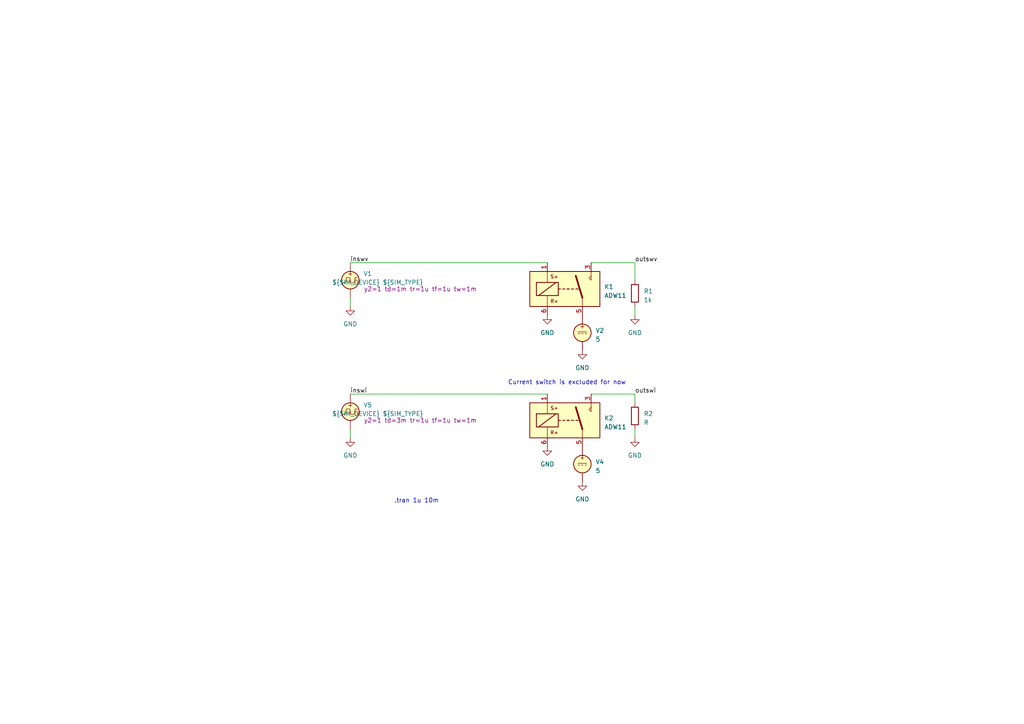
<source format=kicad_sch>
(kicad_sch (version 20221004) (generator eeschema)
  (paper "A4")
  (lib_symbols
    (symbol "Device:R" (pin_numbers hide) (pin_names (offset 0))
      (property "Reference" "R" (at 2.032 0 90))
      (property "Value" "R" (at 0 0 90))
      (symbol "R_0_1"
        (rectangle (start -1.016 -2.54) (end 1.016 2.54) (stroke (width 0.254)))
      )
      (symbol "R_1_1"
        (pin passive line (at 0 3.81 270) (length 1.27) (name "~") (number "1"))
        (pin passive line (at 0 -3.81 90) (length 1.27) (name "~") (number "2"))
      )
    )
    (symbol "Relay:ADW11"
      (property "Reference" "K" (at 11.43 3.81 0))
      (property "Value" "ADW11" (at 13.97 1.27 0))
      (symbol "ADW11_1_1"
        (rectangle (start -10.16 5.08) (end 10.16 -5.08) (stroke (width 0.254)) (fill (type background)))
        (rectangle (start -8.255 1.905) (end -1.905 -1.905) (stroke (width 0.254)))
        (polyline (pts (xy -7.62 -1.905) (xy -2.54 1.905)) (stroke (width 0.254)))
        (polyline (pts (xy -5.08 -5.08) (xy -5.08 -1.905)))
        (polyline (pts (xy -5.08 5.08) (xy -5.08 1.905)))
        (polyline (pts (xy -1.905 0) (xy -1.27 0)) (stroke (width 0.254)))
        (polyline (pts (xy -0.635 0) (xy 0 0)) (stroke (width 0.254)))
        (polyline (pts (xy 0.635 0) (xy 1.27 0)) (stroke (width 0.254)))
        (polyline (pts (xy 0.635 0) (xy 1.27 0)) (stroke (width 0.254)))
        (polyline (pts (xy 1.905 0) (xy 2.54 0)) (stroke (width 0.254)))
        (polyline (pts (xy 3.175 0) (xy 3.81 0)) (stroke (width 0.254)))
        (polyline (pts (xy 5.08 -2.54) (xy 3.175 3.81)) (stroke (width 0.508)))
        (polyline (pts (xy 5.08 -2.54) (xy 5.08 -5.08)))
        (polyline (pts (xy 7.62 3.81) (xy 7.62 5.08)))
        (polyline (pts (xy 7.62 3.81) (xy 7.62 2.54) (xy 6.985 3.175) (xy 7.62 3.81)))
        (text "R+" (at -3.048 -3.556 0) (effects (font (size 1.016 1.016))))
        (text "S+" (at -3.048 3.556 0) (effects (font (size 1.016 1.016))))
        (pin passive line (at -5.08 7.62 270) (length 2.54) (name "~") (number "1"))
        (pin passive line (at 7.62 7.62 270) (length 2.54) (name "~") (number "3"))
        (pin passive line (at 5.08 -7.62 90) (length 2.54) (name "~") (number "5"))
        (pin passive line (at -5.08 -7.62 90) (length 2.54) (name "~") (number "6"))
      )
    )
    (symbol "Simulation_SPICE:VDC" (pin_numbers hide) (pin_names (offset 0.0254))
      (property "Reference" "V" (at 2.54 2.54 0))
      (property "Value" "VDC" (at 2.54 0 0))
      (property "Spice_Model" "dc(1)" (at 2.54 -2.54 0))
      (symbol "VDC_0_0"
        (polyline (pts (xy -1.27 0.254) (xy 1.27 0.254)))
        (polyline (pts (xy -0.762 -0.254) (xy -1.27 -0.254)))
        (polyline (pts (xy 0.254 -0.254) (xy -0.254 -0.254)))
        (polyline (pts (xy 1.27 -0.254) (xy 0.762 -0.254)))
        (text "+" (at 0 1.905 0) (effects (font (size 1.27 1.27))))
      )
      (symbol "VDC_0_1"
        (circle (center 0 0) (radius 2.54) (stroke (width 0.254)) (fill (type background)))
      )
      (symbol "VDC_1_1"
        (pin passive line (at 0 5.08 270) (length 2.54) (name "~") (number "1"))
        (pin passive line (at 0 -5.08 90) (length 2.54) (name "~") (number "2"))
      )
    )
    (symbol "Simulation_SPICE:VPULSE" (pin_numbers hide) (pin_names (offset 0.0254))
      (property "Reference" "V" (at 2.54 2.54 0))
      (property "Value" "VPULSE" (at 2.54 0 0))
      (property "Spice_Model" "pulse(0 1 2n 2n 2n 50n 100n)" (at 2.54 -2.54 0))
      (symbol "VPULSE_0_0"
        (polyline (pts (xy -2.032 -0.762) (xy -1.397 -0.762) (xy -1.143 0.762) (xy -0.127 0.762) (xy 0.127 -0.762) (xy 1.143 -0.762) (xy 1.397 0.762) (xy 2.032 0.762)))
        (text "+" (at 0 1.905 0) (effects (font (size 1.27 1.27))))
      )
      (symbol "VPULSE_0_1"
        (circle (center 0 0) (radius 2.54) (stroke (width 0.254)) (fill (type background)))
      )
      (symbol "VPULSE_1_1"
        (pin passive line (at 0 5.08 270) (length 2.54) (name "~") (number "1"))
        (pin passive line (at 0 -5.08 90) (length 2.54) (name "~") (number "2"))
      )
    )
    (symbol "power:GND" (power) (pin_names (offset 0))
      (property "Value" "GND" (at 0 -3.81 0))
      (symbol "GND_0_1"
        (polyline (pts (xy 0 0) (xy 0 -1.27) (xy 1.27 -1.27) (xy 0 -2.54) (xy -1.27 -1.27) (xy 0 -1.27)))
      )
      (symbol "GND_1_1"
        (pin power_in line (at 0 0 270) (length 0) hide (name "GND") (number "1"))
      )
    )
  )
  (wire (pts (xy 171.45 114.3) (xy 184.15 114.3)))
  (wire (pts (xy 184.15 76.2) (xy 184.15 81.28)))
  (wire (pts (xy 184.15 124.46) (xy 184.15 127)))
  (wire (pts (xy 184.15 114.3) (xy 184.15 116.84)))
  (wire (pts (xy 171.45 76.2) (xy 184.15 76.2)))
  (wire (pts (xy 101.6 114.3) (xy 158.75 114.3)))
  (wire (pts (xy 101.6 86.36) (xy 101.6 88.9)))
  (wire (pts (xy 184.15 88.9) (xy 184.15 91.44)))
  (wire (pts (xy 101.6 124.46) (xy 101.6 127)))
  (wire (pts (xy 101.6 76.2) (xy 158.75 76.2)))
  (text "Current switch is excluded for now" (at 147.32 111.76 0) (effects (font (size 1.27 1.27)) (justify left bottom)))
  (text ".tran 1u 10m" (at 114.3 146.05 0) (effects (font (size 1.27 1.27)) (justify left bottom)))
  (label "outswv" (at 184.15 76.2 0))
  (label "inswi" (at 101.6 114.3 0))
  (label "outswi" (at 184.15 114.3 0))
  (label "inswv" (at 101.6 76.2 0))
  (symbol (lib_id "Simulation_SPICE:VPULSE") (at 101.6 81.28 0) (unit 1)
    (property "Reference" "V1" (at 105.41 79.375 0) (effects (justify left)))
    (property "Value" "${SIM_DEVICE} ${SIM_TYPE}" (at 105.41 81.915 0) (effects (justify left)))
    (property "Sim_Device" "V" (effects hide))
    (property "Sim_Type" "PULSE" (effects hide))
    (property "Sim_Params" "y2=1 td=1m tr=1u tf=1u tw=1m" (at 121.92 83.82 0))
  )
  (symbol (lib_id "Simulation_SPICE:VDC") (at 168.91 96.52 0) (unit 1)
    (property "Reference" "V2" (at 172.72 95.885 0) (effects (justify left)))
    (property "Value" "5" (at 172.72 98.425 0) (effects (justify left)))
    (property "Sim_Device" "V" (effects hide))
  )
  (symbol (lib_id "power:GND") (at 158.75 91.44 0) (unit 1)
    (property "Reference" "#PWR0106" (effects hide))
    (property "Value" "GND" (at 158.75 96.52 0))
  )
  (symbol (lib_id "Relay:ADW11") (at 163.83 121.92 0) (unit 1)
    (property "Reference" "K2" (at 175.26 121.285 0) (effects (justify left)))
    (property "Value" "ADW11" (at 175.26 123.825 0) (effects (justify left)))
    (property "Footprint" "Relay_THT:Relay_1P1T_NO_10x24x18.8mm_Panasonic_ADW11xxxxW_THT" (effects hide))
    (property "Datasheet" "https://www.panasonic-electric-works.com/pew/es/downloads/ds_dw_hl_en.pdf" (effects hide))
    (property "Sim_Device" "SW" (effects hide))
    (property "Sim_Type" "I" (effects hide))
    (property "Sim_Pins" "1 6 3 5" (effects hide))
    (property "Sim_Enable" "0" (effects hide))
  )
  (symbol (lib_id "power:GND") (at 101.6 88.9 0) (unit 1)
    (property "Reference" "#PWR0104" (effects hide))
    (property "Value" "GND" (at 101.6 93.98 0))
  )
  (symbol (lib_id "power:GND") (at 158.75 129.54 0) (unit 1)
    (property "Reference" "#PWR0103" (effects hide))
    (property "Value" "GND" (at 158.75 134.62 0))
  )
  (symbol (lib_id "power:GND") (at 184.15 127 0) (unit 1)
    (property "Reference" "#PWR0105" (effects hide))
    (property "Value" "GND" (at 184.15 132.08 0))
  )
  (symbol (lib_id "power:GND") (at 101.6 127 0) (unit 1)
    (property "Reference" "#PWR0101" (effects hide))
    (property "Value" "GND" (at 101.6 132.08 0))
  )
  (symbol (lib_id "Device:R") (at 184.15 85.09 0) (unit 1)
    (property "Reference" "R1" (at 186.69 84.455 0) (effects (justify left)))
    (property "Value" "1k" (at 186.69 86.995 0) (effects (justify left)))
    (property "Sim_Device" "R" (effects hide))
  )
  (symbol (lib_id "power:GND") (at 168.91 139.7 0) (unit 1)
    (property "Reference" "#PWR0102" (effects hide))
    (property "Value" "GND" (at 168.91 144.78 0))
  )
  (symbol (lib_id "Relay:ADW11") (at 163.83 83.82 0) (unit 1)
    (property "Reference" "K1" (at 175.26 83.185 0) (effects (justify left)))
    (property "Value" "ADW11" (at 175.26 85.725 0) (effects (justify left)))
    (property "Footprint" "Relay_THT:Relay_1P1T_NO_10x24x18.8mm_Panasonic_ADW11xxxxW_THT" (effects hide))
    (property "Datasheet" "https://www.panasonic-electric-works.com/pew/es/downloads/ds_dw_hl_en.pdf" (effects hide))
    (property "Sim_Device" "SW" (effects hide))
    (property "Sim_Type" "V" (effects hide))
    (property "Sim_Pins" "1 6 3 5" (effects hide))
    (property "Sim_Params" "thr=500m his=0 ron=100m roff=1T" (effects hide))
  )
  (symbol (lib_id "Simulation_SPICE:VPULSE") (at 101.6 119.38 0) (unit 1)
    (property "Reference" "V5" (at 105.41 117.475 0) (effects (justify left)))
    (property "Value" "${SIM_DEVICE} ${SIM_TYPE}" (at 105.41 120.015 0) (effects (justify left)))
    (property "Sim_Device" "V" (effects hide))
    (property "Sim_Type" "PULSE" (effects hide))
    (property "Sim_Params" "y2=1 td=3m tr=1u tf=1u tw=1m" (at 121.92 121.92 0))
  )
  (symbol (lib_id "power:GND") (at 168.91 101.6 0) (unit 1)
    (property "Reference" "#PWR0108" (effects hide))
    (property "Value" "GND" (at 168.91 106.68 0))
  )
  (symbol (lib_id "Device:R") (at 184.15 120.65 0) (unit 1)
    (property "Reference" "R2" (at 186.69 120.015 0) (effects (justify left)))
    (property "Value" "R" (at 186.69 122.555 0) (effects (justify left)))
    (property "Sim_Device" "R" (effects hide))
    (property "Sim_Pins" "1 2" (effects hide))
    (property "Sim_Disabled" "1" (effects hide))
  )
  (symbol (lib_id "Simulation_SPICE:VDC") (at 168.91 134.62 0) (unit 1)
    (property "Reference" "V4" (at 172.72 133.985 0) (effects (justify left)))
    (property "Value" "5" (at 172.72 136.525 0) (effects (justify left)))
    (property "Sim_Device" "V" (effects hide))
  )
  (symbol (lib_id "power:GND") (at 184.15 91.44 0) (unit 1)
    (property "Reference" "#PWR0107" (effects hide))
    (property "Value" "GND" (at 184.15 96.52 0))
  )
)
</source>
